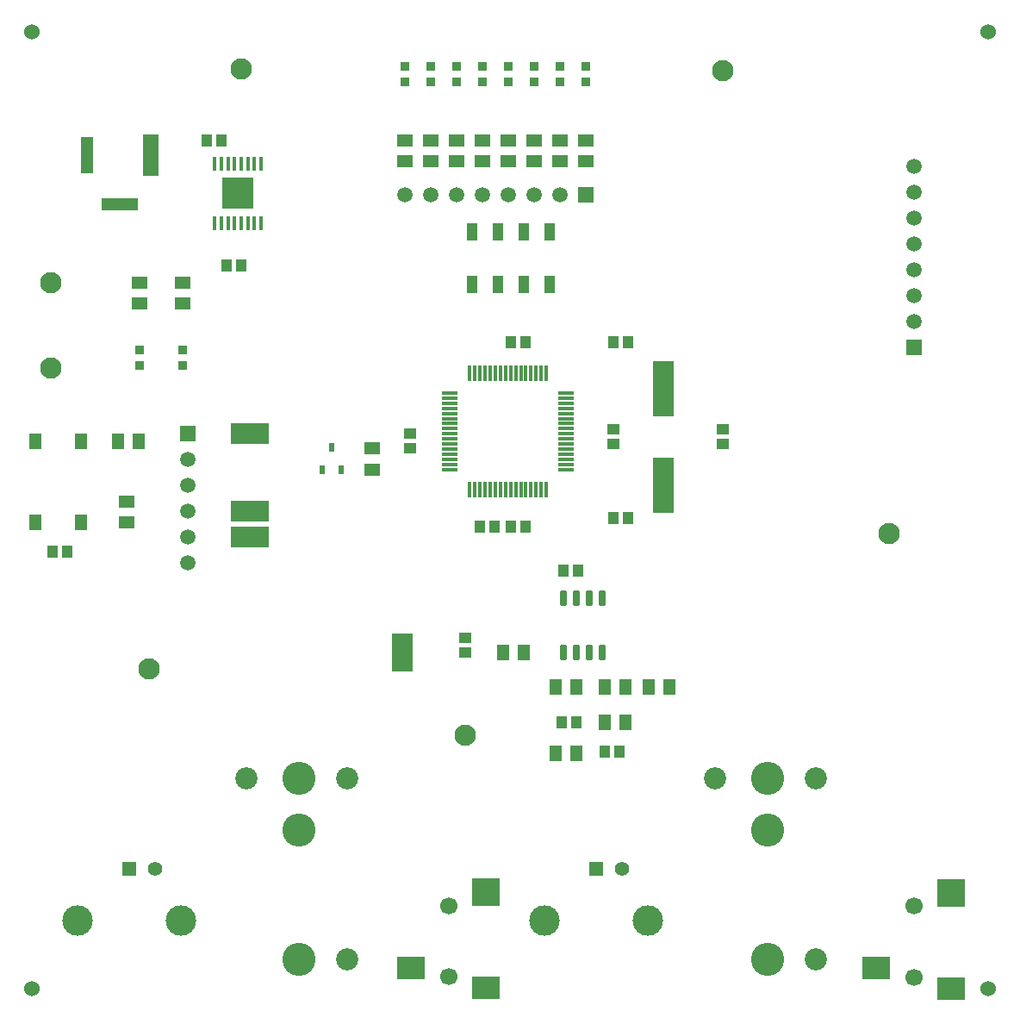
<source format=gbr>
%TF.GenerationSoftware,Altium Limited,Altium Designer,22.7.1 (60)*%
G04 Layer_Color=255*
%FSLAX43Y43*%
%MOMM*%
%TF.SameCoordinates,58151787-F571-4420-9806-9522EC8286B3*%
%TF.FilePolarity,Positive*%
%TF.FileFunction,Pads,Top*%
%TF.Part,Single*%
G01*
G75*
%TA.AperFunction,SMDPad,CuDef*%
%ADD10R,0.355X1.353*%
%ADD11R,1.000X1.800*%
%ADD12R,1.006X1.308*%
%ADD13R,1.550X1.250*%
%ADD14R,2.800X2.200*%
%ADD15R,2.800X2.800*%
%ADD16R,3.800X2.030*%
%ADD17R,0.930X0.910*%
%ADD18R,3.099X3.099*%
%ADD19R,0.300X1.500*%
%ADD20R,1.500X0.300*%
%ADD21R,2.000X5.500*%
%ADD22R,1.308X1.006*%
%ADD23R,1.250X1.550*%
%ADD24R,1.300X1.550*%
G04:AMPARAMS|DCode=25|XSize=1.58mm|YSize=0.6mm|CornerRadius=0.075mm|HoleSize=0mm|Usage=FLASHONLY|Rotation=90.000|XOffset=0mm|YOffset=0mm|HoleType=Round|Shape=RoundedRectangle|*
%AMROUNDEDRECTD25*
21,1,1.580,0.450,0,0,90.0*
21,1,1.430,0.600,0,0,90.0*
1,1,0.150,0.225,0.715*
1,1,0.150,0.225,-0.715*
1,1,0.150,-0.225,-0.715*
1,1,0.150,-0.225,0.715*
%
%ADD25ROUNDEDRECTD25*%
%ADD26R,2.030X3.800*%
G04:AMPARAMS|DCode=27|XSize=0.55mm|YSize=0.8mm|CornerRadius=0.05mm|HoleSize=0mm|Usage=FLASHONLY|Rotation=180.000|XOffset=0mm|YOffset=0mm|HoleType=Round|Shape=RoundedRectangle|*
%AMROUNDEDRECTD27*
21,1,0.550,0.701,0,0,180.0*
21,1,0.451,0.800,0,0,180.0*
1,1,0.099,-0.226,0.351*
1,1,0.099,0.226,0.351*
1,1,0.099,0.226,-0.351*
1,1,0.099,-0.226,-0.351*
%
%ADD27ROUNDEDRECTD27*%
%TA.AperFunction,ComponentPad*%
%ADD30R,1.300X3.550*%
%ADD31C,2.100*%
%ADD32R,3.550X1.300*%
%ADD33R,1.550X4.100*%
%TA.AperFunction,ViaPad*%
%ADD34C,1.524*%
%TA.AperFunction,ComponentPad*%
%ADD35C,3.251*%
%ADD36C,2.172*%
%ADD37C,1.700*%
%ADD38R,1.500X1.500*%
%ADD39C,1.500*%
%ADD40R,1.500X1.500*%
%ADD41C,3.000*%
%ADD42C,1.398*%
%ADD43R,1.398X1.398*%
D10*
X24866Y84078D02*
D03*
X24216D02*
D03*
X23566D02*
D03*
X22916D02*
D03*
X21616D02*
D03*
X25516Y78228D02*
D03*
X24866D02*
D03*
X24216D02*
D03*
X23566D02*
D03*
X22916D02*
D03*
X22266D02*
D03*
X21616D02*
D03*
X20966D02*
D03*
Y84078D02*
D03*
X22266D02*
D03*
X25516D02*
D03*
D11*
X53844Y72203D02*
D03*
X48764D02*
D03*
Y77403D02*
D03*
X46224D02*
D03*
Y72203D02*
D03*
X51304D02*
D03*
Y77403D02*
D03*
X53844D02*
D03*
D12*
X21616Y86378D02*
D03*
X20164D02*
D03*
X22114Y74041D02*
D03*
X23566D02*
D03*
X51490Y66548D02*
D03*
X50038D02*
D03*
X60143D02*
D03*
X61595D02*
D03*
X60143Y49276D02*
D03*
X61595D02*
D03*
X56515Y29210D02*
D03*
X55063D02*
D03*
X59254Y26289D02*
D03*
X60706D02*
D03*
X55245Y44069D02*
D03*
X56697D02*
D03*
X48486Y48387D02*
D03*
X47034D02*
D03*
X50034D02*
D03*
X51486D02*
D03*
X5025Y45974D02*
D03*
X6477D02*
D03*
D13*
X13589Y72408D02*
D03*
X57404Y86378D02*
D03*
Y84328D02*
D03*
X54864Y86378D02*
D03*
Y84328D02*
D03*
X52324Y86378D02*
D03*
Y84328D02*
D03*
X49784Y86378D02*
D03*
Y84328D02*
D03*
X47244Y86378D02*
D03*
Y84328D02*
D03*
X44704Y86378D02*
D03*
Y84328D02*
D03*
X42164Y86378D02*
D03*
Y84328D02*
D03*
X39624Y86378D02*
D03*
Y84328D02*
D03*
X13589Y70358D02*
D03*
X17780D02*
D03*
Y72408D02*
D03*
X36449Y56085D02*
D03*
Y54035D02*
D03*
X12319Y48857D02*
D03*
Y50907D02*
D03*
D14*
X40237Y5091D02*
D03*
X47637Y3091D02*
D03*
X93362Y3056D02*
D03*
X85962Y5056D02*
D03*
D15*
X47637Y12491D02*
D03*
X93362Y12456D02*
D03*
D16*
X24384Y57531D02*
D03*
Y49911D02*
D03*
Y47371D02*
D03*
D17*
X57404Y93595D02*
D03*
Y92075D02*
D03*
X54864Y93595D02*
D03*
Y92075D02*
D03*
X52324Y93595D02*
D03*
Y92075D02*
D03*
X49784Y93595D02*
D03*
Y92075D02*
D03*
X47244Y93595D02*
D03*
Y92075D02*
D03*
X44704Y93595D02*
D03*
Y92075D02*
D03*
X42164Y93595D02*
D03*
Y92075D02*
D03*
X39624Y93595D02*
D03*
Y92075D02*
D03*
X13589Y65786D02*
D03*
Y64266D02*
D03*
X17780Y65786D02*
D03*
Y64266D02*
D03*
D18*
X23241Y81153D02*
D03*
D19*
X46034Y63485D02*
D03*
X46534D02*
D03*
X47034D02*
D03*
X47534D02*
D03*
X48034D02*
D03*
X48534D02*
D03*
X49034D02*
D03*
X49534D02*
D03*
X50034D02*
D03*
X50534D02*
D03*
X51034D02*
D03*
X51534D02*
D03*
X52034D02*
D03*
X52534D02*
D03*
X53034D02*
D03*
X53534D02*
D03*
Y52085D02*
D03*
X53034D02*
D03*
X52534D02*
D03*
X52034D02*
D03*
X51534D02*
D03*
X51034D02*
D03*
X50534D02*
D03*
X50034D02*
D03*
X49534D02*
D03*
X49034D02*
D03*
X48534D02*
D03*
X48034D02*
D03*
X47534D02*
D03*
X47034D02*
D03*
X46534D02*
D03*
X46034D02*
D03*
D20*
X55484Y61535D02*
D03*
Y61035D02*
D03*
Y60535D02*
D03*
Y60035D02*
D03*
Y59535D02*
D03*
Y59035D02*
D03*
Y58535D02*
D03*
Y58035D02*
D03*
Y57535D02*
D03*
Y57035D02*
D03*
Y56535D02*
D03*
Y56035D02*
D03*
Y55535D02*
D03*
Y55035D02*
D03*
Y54535D02*
D03*
Y54035D02*
D03*
X44084D02*
D03*
Y54535D02*
D03*
Y55035D02*
D03*
Y55535D02*
D03*
Y56035D02*
D03*
Y56535D02*
D03*
Y57035D02*
D03*
Y57535D02*
D03*
Y58035D02*
D03*
Y58535D02*
D03*
Y59035D02*
D03*
Y59535D02*
D03*
Y60035D02*
D03*
Y60535D02*
D03*
Y61035D02*
D03*
Y61535D02*
D03*
D21*
X65024Y61951D02*
D03*
Y52451D02*
D03*
D22*
X60143Y57987D02*
D03*
Y56535D02*
D03*
X70866Y57987D02*
D03*
Y56535D02*
D03*
X40132Y57538D02*
D03*
Y56085D02*
D03*
X45593Y37517D02*
D03*
Y36065D02*
D03*
D23*
X51308D02*
D03*
X49258D02*
D03*
X61359Y32639D02*
D03*
X59309D02*
D03*
X56515D02*
D03*
X54465D02*
D03*
X65659D02*
D03*
X63609D02*
D03*
X59309Y29210D02*
D03*
X61359D02*
D03*
X54465Y26162D02*
D03*
X56515D02*
D03*
X13480Y56807D02*
D03*
X11430D02*
D03*
D24*
X3338Y48857D02*
D03*
X7838D02*
D03*
X3338Y56807D02*
D03*
X7838D02*
D03*
D25*
X55245Y41405D02*
D03*
X56515D02*
D03*
X57785D02*
D03*
X59055D02*
D03*
Y36065D02*
D03*
X57785D02*
D03*
X56515D02*
D03*
X55245D02*
D03*
D26*
X39370D02*
D03*
D27*
X32451Y56235D02*
D03*
X33401Y54035D02*
D03*
X31501D02*
D03*
D30*
X8382Y84863D02*
D03*
D31*
X4826Y72408D02*
D03*
Y64008D02*
D03*
X45593Y27940D02*
D03*
X14478Y34417D02*
D03*
X87249Y47752D02*
D03*
X70866Y93218D02*
D03*
X23566Y93345D02*
D03*
D32*
X11632Y80063D02*
D03*
D33*
X14632Y84863D02*
D03*
D34*
X97000Y3000D02*
D03*
X3000D02*
D03*
X97000Y97000D02*
D03*
X3000D02*
D03*
D35*
X29210Y5934D02*
D03*
Y18634D02*
D03*
Y23714D02*
D03*
X75311Y23652D02*
D03*
Y18572D02*
D03*
Y5872D02*
D03*
D36*
X33960Y5934D02*
D03*
Y23714D02*
D03*
X24054D02*
D03*
X70155Y23652D02*
D03*
X80061D02*
D03*
Y5872D02*
D03*
D37*
X43937Y4191D02*
D03*
Y11191D02*
D03*
X89662Y11156D02*
D03*
Y4156D02*
D03*
D38*
X57404Y81026D02*
D03*
D39*
X54864D02*
D03*
X52324D02*
D03*
X49784D02*
D03*
X47244D02*
D03*
X44704D02*
D03*
X42164D02*
D03*
X39624D02*
D03*
X18288Y44831D02*
D03*
Y47371D02*
D03*
Y49911D02*
D03*
Y52451D02*
D03*
Y54991D02*
D03*
X89662Y83820D02*
D03*
Y81280D02*
D03*
Y78740D02*
D03*
Y76200D02*
D03*
Y73660D02*
D03*
Y71120D02*
D03*
Y68580D02*
D03*
D40*
X18288Y57531D02*
D03*
X89662Y66040D02*
D03*
D41*
X63500Y9735D02*
D03*
X53340D02*
D03*
X17653Y9753D02*
D03*
X7493D02*
D03*
D42*
X60960Y14815D02*
D03*
X15113Y14833D02*
D03*
D43*
X58420Y14815D02*
D03*
X12573Y14833D02*
D03*
%TF.MD5,d068a8f49fc36472e6eb40a88d00fa63*%
M02*

</source>
